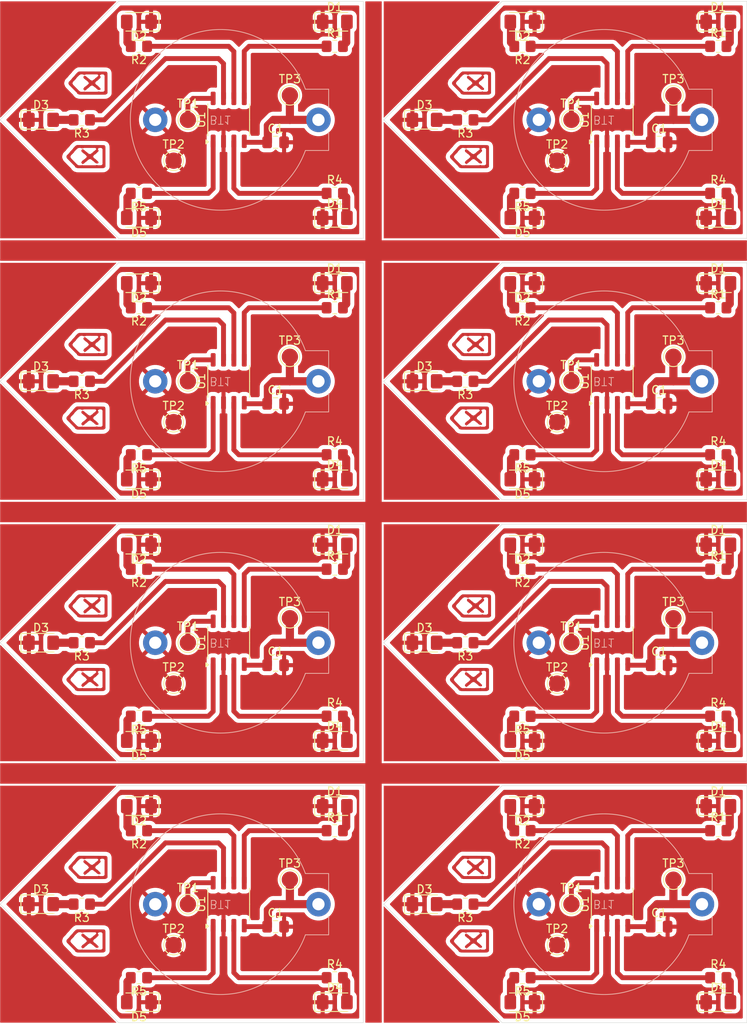
<source format=kicad_pcb>
(kicad_pcb (version 20241229) (generator "pcbnew") (generator_version "9.0")
  (layers (0 "F.Cu" signal) (2 "B.Cu" signal) (13 "F.Paste" user) (15 "B.Paste" user) (5 "F.SilkS" user "F.Silkscreen") (7 "B.SilkS" user "B.Silkscreen") (1 "F.Mask" user) (3 "B.Mask" user) (25 "Edge.Cuts" user))
  (net 0 "")
  (net 1 "+BATT")
  (net 2 "GND")
  (net 3 "Net-(D1-A)")
  (net 4 "Net-(D2-A)")
  (net 5 "Net-(D3-A)")
  (net 6 "Net-(D4-A)")
  (net 7 "Net-(D5-A)")
  (net 8 "LED1")
  (net 9 "LED2")
  (net 10 "LED3")
  (net 11 "LED4")
  (net 12 "LED5")
  (net 13 "SWDIO")
  (footprint "Resistor_SMD:R_0805_2012Metric_Pad1.20x1.40mm_HandSolder" (layer "F.Cu") (at 190 54.5)
    (property "Reference" "R1")
    (property "Value" "200")
  )
  (footprint "TestPoint:TestPoint_Pad_D2.0mm" (layer "F.Cu") (at 137.5 -3.5)
    (property "Reference" "TP3")
    (property "Value" "+BATT")
  )
  (footprint "LED_SMD:LED_1206_3216Metric_Pad1.42x1.75mm_HandSolder" (layer "F.Cu") (at 143 11.5)
    (property "Reference" "D4")
    (property "Value" "LED")
  )
  (footprint "Resistor_SMD:R_0805_2012Metric_Pad1.20x1.40mm_HandSolder" (layer "F.Cu") (at 143 8.5)
    (property "Reference" "R4")
    (property "Value" "200")
  )
  (footprint "Logos:0x08_F_Cu" (layer "F.Cu") (at 159.5 4)
    (property "Reference" "REF**" (hide yes))
    (property "Value" "0x08_F_Cu")
  )
  (footprint "Resistor_SMD:R_0805_2012Metric_Pad1.20x1.40mm_HandSolder" (layer "F.Cu") (at 143 40.5)
    (property "Reference" "R4")
    (property "Value" "200")
  )
  (footprint "TestPoint:TestPoint_Pad_D2.0mm" (layer "F.Cu") (at 137.5 60.5)
    (property "Reference" "TP3")
    (property "Value" "+BATT")
  )
  (footprint "Resistor_SMD:R_0805_2012Metric_Pad1.20x1.40mm_HandSolder" (layer "F.Cu") (at 159 -0.5 180)
    (property "Reference" "R3")
    (property "Value" "200")
  )
  (footprint "Resistor_SMD:R_0805_2012Metric_Pad1.20x1.40mm_HandSolder" (layer "F.Cu") (at 119 72.5 180)
    (property "Reference" "R5")
    (property "Value" "200")
  )
  (footprint "Resistor_SMD:R_0805_2012Metric_Pad1.20x1.40mm_HandSolder" (layer "F.Cu") (at 166 54.5 180)
    (property "Reference" "R2")
    (property "Value" "200")
  )
  (footprint "Logos:0x08_F_Cu" (layer "F.Cu") (at 112.75 91)
    (property "Reference" "REF**" (hide yes))
    (property "Value" "0x08_F_Cu")
  )
  (footprint "LED_SMD:LED_1206_3216Metric_Pad1.42x1.75mm_HandSolder" (layer "F.Cu") (at 190 43.5)
    (property "Reference" "D4")
    (property "Value" "LED")
  )
  (footprint "Resistor_SMD:R_0805_2012Metric_Pad1.20x1.40mm_HandSolder" (layer "F.Cu") (at 143 54.5)
    (property "Reference" "R1")
    (property "Value" "200")
  )
  (footprint "Resistor_SMD:R_0805_2012Metric_Pad1.20x1.40mm_HandSolder" (layer "F.Cu") (at 190 22.5)
    (property "Reference" "R1")
    (property "Value" "200")
  )
  (footprint "Resistor_SMD:R_0805_2012Metric_Pad1.20x1.40mm_HandSolder" (layer "F.Cu") (at 143 22.5)
    (property "Reference" "R1")
    (property "Value" "200")
  )
  (footprint "Package_SO:SOP-8_3.9x4.9mm_P1.27mm" (layer "F.Cu") (at 177 63.5 90)
    (property "Reference" "U1")
    (property "Value" "CH32V003JxMx")
  )
  (footprint "Logos:0x08_F_Cu" (layer "F.Cu") (at 159.5 68)
    (property "Reference" "REF**" (hide yes))
    (property "Value" "0x08_F_Cu")
  )
  (footprint "Resistor_SMD:R_0805_2012Metric_Pad1.20x1.40mm_HandSolder" (layer "F.Cu") (at 143 104.5)
    (property "Reference" "R4")
    (property "Value" "200")
  )
  (footprint "TestPoint:TestPoint_Pad_D2.0mm" (layer "F.Cu") (at 137.5 28.5)
    (property "Reference" "TP3")
    (property "Value" "+BATT")
  )
  (footprint "LED_SMD:LED_1206_3216Metric_Pad1.42x1.75mm_HandSolder" (layer "F.Cu") (at 143 43.5)
    (property "Reference" "D4")
    (property "Value" "LED")
  )
  (footprint "Resistor_SMD:R_0805_2012Metric_Pad1.20x1.40mm_HandSolder" (layer "F.Cu") (at 119 54.5 180)
    (property "Reference" "R2")
    (property "Value" "200")
  )
  (footprint "Resistor_SMD:R_0805_2012Metric_Pad1.20x1.40mm_HandSolder" (layer "F.Cu") (at 166 40.5 180)
    (property "Reference" "R5")
    (property "Value" "200")
  )
  (footprint "LED_SMD:LED_1206_3216Metric_Pad1.42x1.75mm_HandSolder" (layer "F.Cu") (at 107 63.5)
    (property "Reference" "D3")
    (property "Value" "LED")
  )
  (footprint "Capacitor_SMD:C_0805_2012Metric_Pad1.18x1.45mm_HandSolder" (layer "F.Cu") (at 182.75 34.25)
    (property "Reference" "C1")
    (property "Value" "0.1uF")
  )
  (footprint "TestPoint:TestPoint_Pad_D2.0mm" (layer "F.Cu") (at 184.5 28.5)
    (property "Reference" "TP3")
    (property "Value" "+BATT")
  )
  (footprint "LED_SMD:LED_1206_3216Metric_Pad1.42x1.75mm_HandSolder" (layer "F.Cu") (at 190 107.5)
    (property "Reference" "D4")
    (property "Value" "LED")
  )
  (footprint "LED_SMD:LED_1206_3216Metric_Pad1.42x1.75mm_HandSolder" (layer "F.Cu") (at 190 51.5)
    (property "Reference" "D1")
    (property "Value" "LED")
  )
  (footprint "Resistor_SMD:R_0805_2012Metric_Pad1.20x1.40mm_HandSolder" (layer "F.Cu") (at 143 72.5)
    (property "Reference" "R4")
    (property "Value" "200")
  )
  (footprint "Resistor_SMD:R_0805_2012Metric_Pad1.20x1.40mm_HandSolder" (layer "F.Cu") (at 166 72.5 180)
    (property "Reference" "R5")
    (property "Value" "200")
  )
  (footprint "LED_SMD:LED_1206_3216Metric_Pad1.42x1.75mm_HandSolder" (layer "F.Cu") (at 119 83.5 180)
    (property "Reference" "D2")
    (property "Value" "LED")
  )
  (footprint "TestPoint:TestPoint_Pad_D2.0mm" (layer "F.Cu") (at 184.5 -3.5)
    (property "Reference" "TP3")
    (property "Value" "+BATT")
  )
  (footprint "TestPoint:TestPoint_Pad_D2.0mm" (layer "F.Cu") (at 125 31.5)
    (property "Reference" "TP1")
    (property "Value" "SWDIO")
  )
  (footprint "Package_SO:SOP-8_3.9x4.9mm_P1.27mm" (layer "F.Cu") (at 177 95.5 90)
    (property "Reference" "U1")
    (property "Value" "CH32V003JxMx")
  )
  (footprint "Logos:0x08_F_Cu" (layer "F.Cu") (at 159.75 -5)
    (property "Reference" "REF**" (hide yes))
    (property "Value" "0x08_F_Cu")
  )
  (footprint "TestPoint:TestPoint_Pad_D2.0mm" (layer "F.Cu") (at 172 31.5)
    (property "Reference" "TP1")
    (property "Value" "SWDIO")
  )
  (footprint "LED_SMD:LED_1206_3216Metric_Pad1.42x1.75mm_HandSolder" (layer "F.Cu") (at 143 107.5)
    (property "Reference" "D4")
    (property "Value" "LED")
  )
  (footprint "Resistor_SMD:R_0805_2012Metric_Pad1.20x1.40mm_HandSolder" (layer "F.Cu") (at 190 86.5)
    (property "Reference" "R1")
    (property "Value" "200")
  )
  (footprint "TestPoint:TestPoint_Pad_D2.0mm" (layer "F.Cu") (at 172 -0.5)
    (property "Reference" "TP1")
    (property "Value" "SWDIO")
  )
  (footprint "Resistor_SMD:R_0805_2012Metric_Pad1.20x1.40mm_HandSolder" (layer "F.Cu") (at 166 22.5 180)
    (property "Reference" "R2")
    (property "Value" "200")
  )
  (footprint "LED_SMD:LED_1206_3216Metric_Pad1.42x1.75mm_HandSolder" (layer "F.Cu") (at 119 -12.5 180)
    (property "Reference" "D2")
    (property "Value" "LED")
  )
  (footprint "Resistor_SMD:R_0805_2012Metric_Pad1.20x1.40mm_HandSolder" (layer "F.Cu") (at 119 8.5 180)
    (property "Reference" "R5")
    (property "Value" "200")
  )
  (footprint "Capacitor_SMD:C_0805_2012Metric_Pad1.18x1.45mm_HandSolder" (layer "F.Cu") (at 135.75 66.25)
    (property "Reference" "C1")
    (property "Value" "0.1uF")
  )
  (footprint "LED_SMD:LED_1206_3216Metric_Pad1.42x1.75mm_HandSolder" (layer "F.Cu") (at 154 63.5)
    (property "Reference" "D3")
    (property "Value" "LED")
  )
  (footprint "LED_SMD:LED_1206_3216Metric_Pad1.42x1.75mm_HandSolder" (layer "F.Cu") (at 166 -12.5 180)
    (property "Reference" "D2")
    (property "Value" "LED")
  )
  (footprint "LED_SMD:LED_1206_3216Metric_Pad1.42x1.75mm_HandSolder" (layer "F.Cu") (at 119 11.5 180)
    (property "Reference" "D5")
    (property "Value" "LED")
  )
  (footprint "Package_SO:SOP-8_3.9x4.9mm_P1.27mm" (layer "F.Cu") (at 130 -0.5 90)
    (property "Reference" "U1")
    (property "Value" "CH32V003JxMx")
  )
  (footprint "TestPoint:TestPoint_Pad_D2.0mm" (layer "F.Cu") (at 123.25 68.5)
    (property "Reference" "TP2")
    (property "Value" "GND")
  )
  (footprint "LED_SMD:LED_1206_3216Metric_Pad1.42x1.75mm_HandSolder" (layer "F.Cu") (at 166 51.5 180)
    (property "Reference" "D2")
    (property "Value" "LED")
  )
  (footprint "Resistor_SMD:R_0805_2012Metric_Pad1.20x1.40mm_HandSolder" (layer "F.Cu") (at 112 63.5 180)
    (property "Reference" "R3")
    (property "Value" "200")
  )
  (footprint "Capacitor_SMD:C_0805_2012Metric_Pad1.18x1.45mm_HandSolder" (layer "F.Cu") (at 135.75 2.25)
    (property "Reference" "C1")
    (property "Value" "0.1uF")
  )
  (footprint "LED_SMD:LED_1206_3216Metric_Pad1.42x1.75mm_HandSolder" (layer "F.Cu") (at 190 11.5)
    (property "Reference" "D4")
    (property "Value" "LED")
  )
  (footprint "LED_SMD:LED_1206_3216Metric_Pad1.42x1.75mm_HandSolder" (layer "F.Cu") (at 190 83.5)
    (property "Reference" "D1")
    (property "Value" "LED")
  )
  (footprint "TestPoint:TestPoint_Pad_D2.0mm" (layer "F.Cu") (at 123.25 4.5)
    (property "Reference" "TP2")
    (property "Value" "GND")
  )
  (footprint "LED_SMD:LED_1206_3216Metric_Pad1.42x1.75mm_HandSolder" (layer "F.Cu") (at 119 75.5 180)
    (property "Reference" "D5")
    (property "Value" "LED")
  )
  (footprint "TestPoint:TestPoint_Pad_D2.0mm" (layer "F.Cu") (at 172 63.5)
    (property "Reference" "TP1")
    (property "Value" "SWDIO")
  )
  (footprint "Resistor_SMD:R_0805_2012Metric_Pad1.20x1.40mm_HandSolder" (layer "F.Cu") (at 112 95.5 180)
    (property "Reference" "R3")
    (property "Value" "200")
  )
  (footprint "Logos:0x08_F_Cu" (layer "F.Cu") (at 112.5 68)
    (property "Reference" "REF**" (hide yes))
    (property "Value" "0x08_F_Cu")
  )
  (footprint "LED_SMD:LED_1206_3216Metric_Pad1.42x1.75mm_HandSolder" (layer "F.Cu") (at 107 31.5)
    (property "Reference" "D3")
    (property "Value" "LED")
  )
  (footprint "Resistor_SMD:R_0805_2012Metric_Pad1.20x1.40mm_HandSolder" (layer "F.Cu") (at 166 8.5 180)
    (property "Reference" "R5")
    (property "Value" "200")
  )
  (footprint "Package_SO:SOP-8_3.9x4.9mm_P1.27mm" (layer "F.Cu") (at 130 31.5 90)
    (property "Reference" "U1")
    (property "Value" "CH32V003JxMx")
  )
  (footprint "LED_SMD:LED_1206_3216Metric_Pad1.42x1.75mm_HandSolder" (layer "F.Cu") (at 107 95.5)
    (property "Reference" "D3")
    (property "Value" "LED")
  )
  (footprint "Resistor_SMD:R_0805_2012Metric_Pad1.20x1.40mm_HandSolder" (layer "F.Cu") (at 119 104.5 180)
    (property "Reference" "R5")
    (property "Value" "200")
  )
  (footprint "Logos:0x08_F_Cu" (layer "F.Cu") (at 112.75 -5)
    (property "Reference" "REF**" (hide yes))
    (property "Value" "0x08_F_Cu")
  )
  (footprint "LED_SMD:LED_1206_3216Metric_Pad1.42x1.75mm_HandSolder" (layer "F.Cu") (at 166 11.5 180)
    (property "Reference" "D5")
    (property "Value" "LED")
  )
  (footprint "LED_SMD:LED_1206_3216Metric_Pad1.42x1.75mm_HandSolder" (layer "F.Cu") (at 143 51.5)
    (property "Reference" "D1")
    (property "Value" "LED")
  )
  (footprint "LED_SMD:LED_1206_3216Metric_Pad1.42x1.75mm_HandSolder" (layer "F.Cu") (at 190 19.5)
    (property "Reference" "D1")
    (property "Value" "LED")
  )
  (footprint "TestPoint:TestPoint_Pad_D2.0mm" (layer "F.Cu") (at 137.5 92.5)
    (property "Reference" "TP3")
    (property "Value" "+BATT")
  )
  (footprint "Logos:0x08_F_Cu" (layer "F.Cu") (at 159.75 91)
    (property "Reference" "REF**" (hide yes))
    (property "Value" "0x08_F_Cu")
  )
  (footprint "Package_SO:SOP-8_3.9x4.9mm_P1.27mm" (layer "F.Cu") (at 177 -0.5 90)
    (property "Reference" "U1")
    (property "Value" "CH32V003JxMx")
  )
  (footprint "Resistor_SMD:R_0805_2012Metric_Pad1.20x1.40mm_HandSolder" (layer "F.Cu") (at 166 104.5 180)
    (property "Reference" "R5")
    (property "Value" "200")
  )
  (footprint "Resistor_SMD:R_0805_2012Metric_Pad1.20x1.40mm_HandSolder" (layer "F.Cu") (at 166 86.5 180)
    (property "Reference" "R2")
    (property "Value" "200")
  )
  (footprint "Capacitor_SMD:C_0805_2012Metric_Pad1.18x1.45mm_HandSolder" (layer "F.Cu") (at 135.75 34.25)
    (property "Reference" "C1")
    (property "Value" "0.1uF")
  )
  (footprint "LED_SMD:LED_1206_3216Metric_Pad1.42x1.75mm_HandSolder" (layer "F.Cu") (at 143 -12.5)
    (property "Reference" "D1")
    (property "Value" "LED")
  )
  (footprint "LED_SMD:LED_1206_3216Metric_Pad1.42x1.75mm_HandSolder" (layer "F.Cu") (at 154 -0.5)
    (property "Reference" "D3")
    (property "Value" "LED")
  )
  (footprint "Capacitor_SMD:C_0805_2012Metric_Pad1.18x1.45mm_HandSolder" (layer "F.Cu") (at 182.75 66.25)
    (property "Reference" "C1")
    (property "Value" "0.1uF")
  )
  (footprint "Capacitor_SMD:C_0805_2012Metric_Pad1.18x1.45mm_HandSolder" (layer "F.Cu") (at 135.75 98.25)
    (property "Reference" "C1")
    (property "Value" "0.1uF")
  )
  (footprint "LED_SMD:LED_1206_3216Metric_Pad1.42x1.75mm_HandSolder" (layer "F.Cu") (at 190 -12.5)
    (property "Reference" "D1")
    (property "Value" "LED")
  )
  (footprint "Package_SO:SOP-8_3.9x4.9mm_P1.27mm" (layer "F.Cu") (at 130 95.5 90)
    (property "Reference" "U1")
    (property "Value" "CH32V003JxMx")
  )
  (footprint "TestPoint:TestPoint_Pad_D2.0mm" (layer "F.Cu") (at 125 -0.5)
    (property "Reference" "TP1")
    (property "Value" "SWDIO")
  )
  (footprint "LED_SMD:LED_1206_3216Metric_Pad1.42x1.75mm_HandSolder" (layer "F.Cu") (at 166 75.5 180)
    (property "Reference" "D5")
    (property "Value" "LED")
  )
  (footprint "Resistor_SMD:R_0805_2012Metric_Pad1.20x1.40mm_HandSolder" (layer "F.Cu") (at 119 40.5 180)
    (property "Reference" "R5")
    (property "Value" "200")
  )
  (footprint "Capacitor_SMD:C_0805_2012Metric_Pad1.18x1.45mm_HandSolder" (layer "F.Cu") (at 182.75 98.25)
    (property "Reference" "C1")
    (property "Value" "0.1uF")
  )
  (footprint "Resistor_SMD:R_0805_2012Metric_Pad1.20x1.40mm_HandSolder" (layer "F.Cu") (at 119 -9.5 180)
    (property "Reference" "R2")
    (property "Value" "200")
  )
  (footprint "Logos:0x08_F_Cu" (layer "F.Cu") (at 112.5 100)
    (property "Reference" "REF**" (hide yes))
    (property "Value" "0x08_F_Cu")
  )
  (footprint "TestPoint:TestPoint_Pad_D2.0mm" (layer "F.Cu") (at 123.25 36.5)
    (property "Reference" "TP2")
    (property "Value" "GND")
  )
  (footprint "LED_SMD:LED_1206_3216Metric_Pad1.42x1.75mm_HandSolder" (layer "F.Cu") (at 166 107.5 180)
    (property "Reference" "D5")
    (property "Value" "LED")
  )
  (footprint "Resistor_SMD:R_0805_2012Metric_Pad1.20x1.40mm_HandSolder" (layer "F.Cu") (at 159 63.5 180)
    (property "Reference" "R3")
    (property "Value" "200")
  )
  (footprint "TestPoint:TestPoint_Pad_D2.0mm" (layer "F.Cu") (at 123.25 100.5)
    (property "Reference" "TP2")
    (property "Value" "GND")
  )
  (footprint "Resistor_SMD:R_0805_2012Metric_Pad1.20x1.40mm_HandSolder" (layer "F.Cu") (at 190 104.5)
    (property "Reference" "R4")
    (property "Value" "200")
  )
  (footprint "TestPoint:TestPoint_Pad_D2.0mm" (layer "F.Cu") (at 170.25 36.5)
    (property "Reference" "TP2")
    (property "Value" "GND")
  )
  (footprint "LED_SMD:LED_1206_3216Metric_Pad1.42x1.75mm_HandSolder" (layer "F.Cu") (at 143 75.5)
    (property "Reference" "D4")
    (property "Value" "LED")
  )
  (footprint "Logos:0x08_F_Cu" (layer "F.Cu") (at 159.75 27)
    (property "Reference" "REF**" (hide yes))
    (property "Value" "0x08_F_Cu")
  )
  (footprint "LED_SMD:LED_1206_3216Metric_Pad1.42x1.75mm_HandSolder" (layer "F.Cu") (at 143 19.5)
    (property "Reference" "D1")
    (property "Value" "LED")
  )
  (footprint "TestPoint:TestPoint_Pad_D2.0mm" (layer "F.Cu") (at 170.25 68.5)
    (property "Reference" "TP2")
    (property "Value" "GND")
  )
  (footprint "Resistor_SMD:R_0805_2012Metric_Pad1.20x1.40mm_HandSolder" (layer "F.Cu") (at 143 86.5)
    (property "Reference" "R1")
    (property "Value" "200")
  )
  (footprint "TestPoint:TestPoint_Pad_D2.0mm" (layer "F.Cu") (at 170.25 100.5)
    (property "Reference" "TP2")
    (property "Value" "GND")
  )
  (footprint "Resistor_SMD:R_0805_2012Metric_Pad1.20x1.40mm_HandSolder" (layer "F.Cu") (at 166 -9.5 180)
    (property "Reference" "R2")
    (property "Value" "200")
  )
  (footprint "Capacitor_SMD:C_0805_2012Metric_Pad1.18x1.45mm_HandSolder" (layer "F.Cu") (at 182.75 2.25)
    (property "Reference" "C1")
    (property "Value" "0.1uF")
  )
  (footprint "Logos:0x08_F_Cu" (layer "F.Cu") (at 159.75 59)
    (property "Reference" "REF**" (hide yes))
    (property "Value" "0x08_F_Cu")
  )
  (footprint "LED_SMD:LED_1206_3216Metric_Pad1.42x1.75mm_HandSolder" (layer "F.Cu") (at 119 43.5 180)
    (property "Reference" "D5")
    (property "Value" "LED")
  )
  (footprint "LED_SMD:LED_1206_3216Metric_Pad1.42x1.75mm_HandSolder" (layer "F.Cu") (at 166 43.5 180)
    (property "Reference" "D5")
    (property "Value" "LED")
  )
  (footprint "LED_SMD:LED_1206_3216Metric_Pad1.42x1.75mm_HandSolder" (layer "F.Cu") (at 119 19.5 180)
    (property "Reference" "D2")
    (property "Value" "LED")
  )
  (footprint "LED_SMD:LED_1206_3216Metric_Pad1.42x1.75mm_HandSolder" (layer "F.Cu") (at 154 31.5)
    (property "Reference" "D3")
    (property "Value" "LED")
  )
  (footprint "Package_SO:SOP-8_3.9x4.9mm_P1.27mm" (layer "F.Cu") (at 130 63.5 90)
    (property "Reference" "U1")
    (property "Value" "CH32V003JxMx")
  )
  (footprint "Logos:0x08_F_Cu" (layer "F.Cu") (at 159.5 36)
    (property "Reference" "REF**" (hide yes))
    (property "Value" "0x08_F_Cu")
  )
  (footprint "Logos:0x08_F_Cu" (layer "F.Cu") (at 112.75 59)
    (property "Reference" "REF**" (hide yes))
    (property "Value" "0x08_F_Cu")
  )
  (footprint "Resistor_SMD:R_0805_2012Metric_Pad1.20x1.40mm_HandSolder" (layer "F.Cu") (at 159 31.5 180)
    (property "Reference" "R3")
    (property "Value" "200")
  )
  (footprint "Package_SO:SOP-8_3.9x4.9mm_P1.27mm" (layer "F.Cu") (at 177 31.5 90)
    (property "Reference" "U1")
    (property "Value" "CH32V003JxMx")
  )
  (footprint "Resistor_SMD:R_0805_2012Metric_Pad1.20x1.40mm_HandSolder" (layer "F.Cu") (at 112 31.5 180)
    (property "Reference" "R3")
    (property "Value" "200")
  )
  (footprint "TestPoint:TestPoint_Pad_D2.0mm" (layer "F.Cu") (at 125 63.5)
    (property "Reference" "TP1")
    (property "Value" "SWDIO")
  )
  (footprint "LED_SMD:LED_1206_3216Metric_Pad1.42x1.75mm_HandSolder" (layer "F.Cu") (at 107 -0.5)
    (property "Reference" "D3")
    (property "Value" "LED")
  )
  (footprint "Resistor_SMD:R_0805_2012Metric_Pad1.20x1.40mm_HandSolder" (layer "F.Cu") (at 119 86.5 180)
    (property "Reference" "R2")
    (property "Value" "200")
  )
  (footprint "Logos:0x08_F_Cu" (layer "F.Cu") (at 112.5 36)
    (property "Reference" "REF**" (hide yes))
    (property "Value" "0x08_F_Cu")
  )
  (footprint "TestPoint:TestPoint_Pad_D2.0mm" (layer "F.Cu") (at 125 95.5)
    (property "Reference" "TP1")
    (property "Value" "SWDIO")
  )
  (footprint "Resistor_SMD:R_0805_2012Metric_Pad1.20x1.40mm_HandSolder" (layer "F.Cu") (at 190 -9.5)
    (property "Reference" "R1")
    (property "Value" "200")
  )
  (footprint "LED_SMD:LED_1206_3216Metric_Pad1.42x1.75mm_HandSolder" (layer "F.Cu") (at 166 19.5 180)
    (property "Reference" "D2")
    (property "Value" "LED")
  )
  (footprint "TestPoint:TestPoint_Pad_D2.0mm" (layer "F.Cu") (at 170.25 4.5)
    (property "Reference" "TP2")
    (property "Value" "GND")
  )
  (footprint "Resistor_SMD:R_0805_2012Metric_Pad1.20x1.40mm_HandSolder" (layer "F.Cu") (at 119 22.5 180)
    (property "Reference" "R2")
    (property "Value" "200")
  )
  (footprint "LED_SMD:LED_1206_3216Metric_Pad1.42x1.75mm_HandSolder" (layer "F.Cu") (at 119 51.5 180)
    (property "Reference" "D2")
    (property "Value" "LED")
  )
  (footprint "Logos:0x08_F_Cu" (layer "F.Cu") (at 159.5 100)
    (property "Reference" "REF**" (hide yes))
    (property "Value" "0x08_F_Cu")
  )
  (footprint "LED_SMD:LED_1206_3216Metric_Pad1.42x1.75mm_HandSolder" (layer "F.Cu") (at 154 95.5)
    (property "Reference" "D3")
    (property "Value" "LED")
  )
  (footprint "Resistor_SMD:R_0805_2012Metric_Pad1.20x1.40mm_HandSolder" (layer "F.Cu") (at 190 8.5)
    (property "Reference" "R4")
    (property "Value" "200")
  )
  (footprint "LED_SMD:LED_1206_3216Metric_Pad1.42x1.75mm_HandSolder" (layer "F.Cu") (at 143 83.5)
    (property "Reference" "D1")
    (property "Value" "LED")
  )
  (footprint "LED_SMD:LED_1206_3216Metric_Pad1.42x1.75mm_HandSolder" (layer "F.Cu") (at 190 75.5)
    (property "Reference" "D4")
    (property "Value" "LED")
  )
  (footprint "TestPoint:TestPoint_Pad_D2.0mm" (layer "F.Cu") (at 184.5 60.5)
    (property "Reference" "TP3")
    (property "Value" "+BATT")
  )
  (footprint "Resistor_SMD:R_0805_2012Metric_Pad1.20x1.40mm_HandSolder" (layer "F.Cu") (at 190 72.5)
    (property "Reference" "R4")
    (property "Value" "200")
  )
  (footprint "Logos:0x08_F_Cu" (layer "F.Cu") (at 112.5 4)
    (property "Reference" "REF**" (hide yes))
    (property "Value" "0x08_F_Cu")
  )
  (footprint "LED_SMD:LED_1206_3216Metric_Pad1.42x1.75mm_HandSolder" (layer "F.Cu") (at 166 83.5 180)
    (property "Reference" "D2")
    (property "Value" "LED")
  )
  (footprint "LED_SMD:LED_1206_3216Metric_Pad1.42x1.75mm_HandSolder" (layer "F.Cu") (at 119 107.5 180)
    (property "Reference" "D5")
    (property "Value" "LED")
  )
  (footprint "Logos:0x08_F_Cu" (layer "F.Cu") (at 112.75 27)
    (property "Reference" "REF**" (hide yes))
    (property "Value" "0x08_F_Cu")
  )
  (footprint "Resistor_SMD:R_0805_2012Metric_Pad1.20x1.40mm_HandSolder" (layer "F.Cu") (at 143 -9.5)
    (property "Reference" "R1")
    (property "Value" "200")
  )
  (footprint "TestPoint:TestPoint_Pad_D2.0mm" (layer "F.Cu") (at 184.5 92.5)
    (property "Reference" "TP3")
    (property "Value" "+BATT")
  )
  (footprint "Resistor_SMD:R_0805_2012Metric_Pad1.20x1.40mm_HandSolder" (layer "F.Cu") (at 190 40.5)
    (property "Reference" "R4")
    (property "Value" "200")
  )
  (footprint "TestPoint:TestPoint_Pad_D2.0mm" (layer "F.Cu") (at 172 95.5)
    (property "Reference" "TP1")
    (property "Value" "SWDIO")
  )
  (footprint "Resistor_SMD:R_0805_2012Metric_Pad1.20x1.40mm_HandSolder" (layer "F.Cu") (at 112 -0.5 180)
    (property "Reference" "R3")
    (property "Value" "200")
  )
  (footprint "Resistor_SMD:R_0805_2012Metric_Pad1.20x1.40mm_HandSolder" (layer "F.Cu") (at 159 95.5 180)
    (property "Reference" "R3")
    (property "Value" "200")
  )
  (footprint "Used_Symbols:KLS5-CR2032-01" (layer "B.Cu") (at 121 -0.5)
    (property "Reference" "BT1")
    (property "Value" "CR2032")
  )
  (footprint "Used_Symbols:KLS5-CR2032-01" (layer "B.Cu") (at 121 63.5)
    (property "Reference" "BT1")
    (property "Value" "CR2032")
  )
  (footprint "Used_Symbols:KLS5-CR2032-01" (layer "B.Cu") (at 168 63.5)
    (property "Reference" "BT1")
    (property "Value" "CR2032")
  )
  (footprint "Used_Symbols:KLS5-CR2032-01" (layer "B.Cu") (at 121 31.5)
    (property "Reference" "BT1")
    (property "Value" "CR2032")
  )
  (footprint "Used_Symbols:KLS5-CR2032-01" (layer "B.Cu") (at 168 31.5)
    (property "Reference" "BT1")
    (property "Value" "CR2032")
  )
  (footprint "Used_Symbols:KLS5-CR2032-01" (layer "B.Cu") (at 168 -0.5)
    (property "Reference" "BT1")
    (property "Value" "CR2032")
  )
  (footprint "Used_Symbols:KLS5-CR2032-01" (layer "B.Cu") (at 121 95.5)
    (property "Reference" "BT1")
    (property "Value" "CR2032")
  )
  (footprint "Used_Symbols:KLS5-CR2032-01" (layer "B.Cu") (at 168 95.5)
    (property "Reference" "BT1")
    (property "Value" "CR2032")
  )
  (gr_poly (pts (xy 163.25 46) (xy 149 31.75) (xy 149 46)) (fill yes) (layer "F.Cu"))
  (gr_rect (start 102 78.25) (end 193.5 80.75) (fill yes) (layer "F.Cu"))
  (gr_poly (pts (xy 149 -0.75) (xy 163.25 -15) (xy 149 -15)) (fill yes) (layer "F.Cu"))
  (gr_rect (start 102 14.25) (end 193.5 16.75) (fill yes) (layer "F.Cu"))
  (gr_poly (pts (xy 102 63.25) (xy 116.25 49) (xy 102 49)) (fill yes) (layer "F.Cu"))
  (gr_poly (pts (xy 149 63.25) (xy 163.25 49) (xy 149 49)) (fill yes) (layer "F.Cu"))
  (gr_poly (pts (xy 116.25 78) (xy 102 63.75) (xy 102 78)) (fill yes) (layer "F.Cu"))
  (gr_poly (pts (xy 149 95.25) (xy 163.25 81) (xy 149 81)) (fill yes) (layer "F.Cu"))
  (gr_poly (pts (xy 116.25 110) (xy 102 95.75) (xy 102 110)) (fill yes) (layer "F.Cu"))
  (gr_poly (pts (xy 163.25 110) (xy 149 95.75) (xy 149 110)) (fill yes) (layer "F.Cu"))
  (gr_poly (pts (xy 102 31.25) (xy 116.25 17) (xy 102 17)) (fill yes) (layer "F.Cu"))
  (gr_poly (pts (xy 102 -0.75) (xy 116.25 -15) (xy 102 -15)) (fill yes) (layer "F.Cu"))
  (gr_poly (pts (xy 149 31.25) (xy 163.25 17) (xy 149 17)) (fill yes) (layer "F.Cu"))
  (gr_poly (pts (xy 116.25 14) (xy 102 -0.25) (xy 102 14)) (fill yes) (layer "F.Cu"))
  (gr_poly (pts (xy 116.25 46) (xy 102 31.75) (xy 102 46)) (fill yes) (layer "F.Cu"))
  (gr_rect (start 102 46.25) (end 193.5 48.75) (fill yes) (layer "F.Cu"))
  (gr_poly (pts (xy 102 95.25) (xy 116.25 81) (xy 102 81)) (fill yes) (layer "F.Cu"))
  (gr_poly (pts (xy 163.25 78) (xy 149 63.75) (xy 149 78)) (fill yes) (layer "F.Cu"))
  (gr_poly (pts (xy 163.25 14) (xy 149 -0.25) (xy 149 14)) (fill yes) (layer "F.Cu"))
  (gr_rect (start 146.75 -15) (end 148.75 110) (fill yes) (layer "F.Cu"))
  (gr_line (start 116.5 14) (end 102 -0.5) (stroke (width 0.05)) (layer "Edge.Cuts"))
  (gr_line (start 163.5 110) (end 149 95.5) (stroke (width 0.05)) (layer "Edge.Cuts"))
  (gr_line (start 193.5 81) (end 163.5 81) (stroke (width 0.05)) (layer "Edge.Cuts"))
  (gr_line (start 116.5 110) (end 102 95.5) (stroke (width 0.05)) (layer "Edge.Cuts"))
  (gr_line (start 163.5 14) (end 149 -0.5) (stroke (width 0.05)) (layer "Edge.Cuts"))
  (gr_line (start 193.5 14) (end 163.5 14) (stroke (width 0.05)) (layer "Edge.Cuts"))
  (gr_line (start 146.5 81) (end 116.5 81) (stroke (width 0.05)) (layer "Edge.Cuts"))
  (gr_line (start 193.5 17) (end 163.5 17) (stroke (width 0.05)) (layer "Edge.Cuts"))
  (gr_line (start 193.5 110) (end 193.5 81) (stroke (width 0.05)) (layer "Edge.Cuts"))
  (gr_line (start 146.5 78) (end 116.5 78) (stroke (width 0.05)) (layer "Edge.Cuts"))
  (gr_line (start 149 31.5) (end 163.5 17) (stroke (width 0.05)) (layer "Edge.Cuts"))
  (gr_line (start 146.5 46) (end 116.5 46) (stroke (width 0.05)) (layer "Edge.Cuts"))
  (gr_line (start 163.5 46) (end 149 31.5) (stroke (width 0.05)) (layer "Edge.Cuts"))
  (gr_line (start 193.5 49) (end 163.5 49) (stroke (width 0.05)) (layer "Edge.Cuts"))
  (gr_line (start 193.5 78) (end 193.5 49) (stroke (width 0.05)) (layer "Edge.Cuts"))
  (gr_line (start 163.5 78) (end 149 63.5) (stroke (width 0.05)) (layer "Edge.Cuts"))
  (gr_line (start 146.5 -15) (end 116.5 -15) (stroke (width 0.05)) (layer "Edge.Cuts"))
  (gr_line (start 193.5 -15) (end 163.5 -15) (stroke (width 0.05)) (layer "Edge.Cuts"))
  (gr_line (start 146.5 14) (end 146.5 -15) (stroke (width 0.05)) (layer "Edge.Cuts"))
  (gr_line (start 102 63.5) (end 116.5 49) (stroke (width 0.05)) (layer "Edge.Cuts"))
  (gr_line (start 146.5 46) (end 146.5 17) (stroke (width 0.05)) (layer "Edge.Cuts"))
  (gr_line (start 193.5 14) (end 193.5 -15) (stroke (width 0.05)) (layer "Edge.Cuts"))
  (gr_line (start 146.5 49) (end 116.5 49) (stroke (width 0.05)) (layer "Edge.Cuts"))
  (gr_line (start 149 -0.5) (end 163.5 -15) (stroke (width 0.05)) (layer "Edge.Cuts"))
  (gr_line (start 149 95.5) (end 163.5 81) (stroke (width 0.05)) (layer "Edge.Cuts"))
  (gr_line (start 193.5 110) (end 163.5 110) (stroke (width 0.05)) (layer "Edge.Cuts"))
  (gr_line (start 193.5 78) (end 163.5 78) (stroke (width 0.05)) (layer "Edge.Cuts"))
  (gr_line (start 146.5 17) (end 116.5 17) (stroke (width 0.05)) (layer "Edge.Cuts"))
  (gr_line (start 146.5 14) (end 116.5 14) (stroke (width 0.05)) (layer "Edge.Cuts"))
  (gr_line (start 146.5 78) (end 146.5 49) (stroke (width 0.05)) (layer "Edge.Cuts"))
  (gr_line (start 146.5 110) (end 146.5 81) (stroke (width 0.05)) (layer "Edge.Cuts"))
  (gr_line (start 102 -0.5) (end 116.5 -15) (stroke (width 0.05)) (layer "Edge.Cuts"))
  (gr_line (start 102 31.5) (end 116.5 17) (stroke (width 0.05)) (layer "Edge.Cuts"))
  (gr_line (start 102 95.5) (end 116.5 81) (stroke (width 0.05)) (layer "Edge.Cuts"))
  (gr_line (start 193.5 46) (end 163.5 46) (stroke (width 0.05)) (layer "Edge.Cuts"))
  (gr_line (start 149 63.5) (end 163.5 49) (stroke (width 0.05)) (layer "Edge.Cuts"))
  (gr_line (start 116.5 46) (end 102 31.5) (stroke (width 0.05)) (layer "Edge.Cuts"))
  (gr_line (start 146.5 110) (end 116.5 110) (stroke (width 0.05)) (layer "Edge.Cuts"))
  (gr_line (start 116.5 78) (end 102 63.5) (stroke (width 0.05)) (layer "Edge.Cuts"))
  (gr_line (start 193.5 46) (end 193.5 17) (stroke (width 0.05)) (layer "Edge.Cuts"))
  (segment (start 179.03 66.25) (end 178.905 66.125) (width 0.6) (layer "F.Cu") (net 1))
  (segment (start 181.8 32.2) (end 181.8 34.25) (width 1) (layer "F.Cu") (net 1))
  (segment (start 188 31.5) (end 184.5 31.5) (width 1) (layer "F.Cu") (net 1))
  (segment (start 135.5 -0.5) (end 134.8 0.2) (width 1) (layer "F.Cu") (net 1))
  (segment (start 182.5 63.5) (end 181.8 64.2) (width 1) (layer "F.Cu") (net 1))
  (segment (start 188 -0.5) (end 184.5 -0.5) (width 1) (layer "F.Cu") (net 1))
  (segment (start 137.5 95.5) (end 135.5 95.5) (width 1) (layer "F.Cu") (net 1))
  (segment (start 179.03 34.25) (end 178.905 34.125) (width 0.6) (layer "F.Cu") (net 1))
  (segment (start 137.5 -3.5) (end 137.5 -0.5) (width 1) (layer "F.Cu") (net 1))
  (segment (start 184.5 -0.5) (end 182.5 -0.5) (width 1) (layer "F.Cu") (net 1))
  (segment (start 132.03 98.25) (end 131.905 98.125) (width 0.6) (layer "F.Cu") (net 1))
  (segment (start 137.5 60.5) (end 137.5 63.5) (width 1) (layer "F.Cu") (net 1))
  (segment (start 134.8 98.25) (end 132.03 98.25) (width 0.6) (layer "F.Cu") (net 1))
  (segment (start 184.5 28.5) (end 184.5 31.5) (width 1) (layer "F.Cu") (net 1))
  (segment (start 179.03 2.25) (end 178.905 2.125) (width 0.6) (layer "F.Cu") (net 1))
  (segment (start 141 95.5) (end 137.5 95.5) (width 1) (layer "F.Cu") (net 1))
  (segment (start 181.8 64.2) (end 181.8 66.25) (width 1) (layer "F.Cu") (net 1))
  (segment (start 182.5 -0.5) (end 181.8 0.2) (width 1) (layer "F.Cu") (net 1))
  (segment (start 134.8 34.25) (end 132.03 34.25) (width 0.6) (layer "F.Cu") (net 1))
  (segment (start 132.03 2.25) (end 131.905 2.125) (width 0.6) (layer "F.Cu") (net 1))
  (segment (start 184.5 92.5) (end 184.5 95.5) (width 1) (layer "F.Cu") (net 1))
  (segment (start 132.03 66.25) (end 131.905 66.125) (width 0.6) (layer "F.Cu") (net 1))
  (segment (start 182.5 31.5) (end 181.8 32.2) (width 1) (layer "F.Cu") (net 1))
  (segment (start 135.5 31.5) (end 134.8 32.2) (width 1) (layer "F.Cu") (net 1))
  (segment (start 188 63.5) (end 184.5 63.5) (width 1) (layer "F.Cu") (net 1))
  (segment (start 141 63.5) (end 137.5 63.5) (width 1) (layer "F.Cu") (net 1))
  (segment (start 184.5 63.5) (end 182.5 63.5) (width 1) (layer "F.Cu") (net 1))
  (segment (start 181.8 96.2) (end 181.8 98.25) (width 1) (layer "F.Cu") (net 1))
  (segment (start 184.5 60.5) (end 184.5 63.5) (width 1) (layer "F.Cu") (net 1))
  (segment (start 132.03 34.25) (end 131.905 34.125) (width 0.6) (layer "F.Cu") (net 1))
  (segment (start 135.5 95.5) (end 134.8 96.2) (width 1) (layer "F.Cu") (net 1))
  (segment (start 134.8 2.25) (end 132.03 2.25) (width 0.6) (layer "F.Cu") (net 1))
  (segment (start 141 31.5) (end 137.5 31.5) (width 1) (layer "F.Cu") (net 1))
  (segment (start 181.8 0.2) (end 181.8 2.25) (width 1) (layer "F.Cu") (net 1))
  (segment (start 181.8 34.25) (end 179.03 34.25) (width 0.6) (layer "F.Cu") (net 1))
  (segment (start 134.8 96.2) (end 134.8 98.25) (width 1) (layer "F.Cu") (net 1))
  (segment (start 134.8 66.25) (end 132.03 66.25) (width 0.6) (layer "F.Cu") (net 1))
  (segment (start 184.5 95.5) (end 182.5 95.5) (width 1) (layer "F.Cu") (net 1))
  (segment (start 184.5 31.5) (end 182.5 31.5) (width 1) (layer "F.Cu") (net 1))
  (segment (start 134.8 0.2) (end 134.8 2.25) (width 1) (layer "F.Cu") (net 1))
  (segment (start 181.8 2.25) (end 179.03 2.25) (width 0.6) (layer "F.Cu") (net 1))
  (segment (start 134.8 64.2) (end 134.8 66.25) (width 1) (layer "F.Cu") (net 1))
  (segment (start 181.8 66.25) (end 179.03 66.25) (width 0.6) (layer "F.Cu") (net 1))
  (segment (start 137.5 92.5) (end 137.5 95.5) (width 1) (layer "F.Cu") (net 1))
  (segment (start 137.5 31.5) (end 135.5 31.5) (width 1) (layer "F.Cu") (net 1))
  (segment (start 135.5 63.5) (end 134.8 64.2) (width 1) (layer "F.Cu") (net 1))
  (segment (start 141 -0.5) (end 137.5 -0.5) (width 1) (layer "F.Cu") (net 1))
  (segment (start 137.5 28.5) (end 137.5 31.5) (width 1) (layer "F.Cu") (net 1))
  (segment (start 137.5 63.5) (end 135.5 63.5) (width 1) (layer "F.Cu") (net 1))
  (segment (start 184.5 -3.5) (end 184.5 -0.5) (width 1) (layer "F.Cu") (net 1))
  (segment (start 181.8 98.25) (end 179.03 98.25) (width 0.6) (layer "F.Cu") (net 1))
  (segment (start 137.5 -0.5) (end 135.5 -0.5) (width 1) (layer "F.Cu") (net 1))
  (segment (start 188 95.5) (end 184.5 95.5) (width 1) (layer "F.Cu") (net 1))
  (segment (start 179.03 98.25) (end 178.905 98.125) (width 0.6) (layer "F.Cu") (net 1))
  (segment (start 134.8 32.2) (end 134.8 34.25) (width 1) (layer "F.Cu") (net 1))
  (segment (start 182.5 95.5) (end 181.8 96.2) (width 1) (layer "F.Cu") (net 1))
  (segment (start 144.4 83.5) (end 144.4 86.0125) (width 1) (layer "F.Cu") (net 3))
  (segment (start 144.4 19.5) (end 144.4 22.0125) (width 1) (layer "F.Cu") (net 3))
  (segment (start 191.4 86.0125) (end 190.9125 86.5) (width 1) (layer "F.Cu") (net 3))
  (segment (start 144.4 51.5) (end 144.4 54.0125) (width 1) (layer "F.Cu") (net 3))
  (segment (start 191.4 -9.9875) (end 190.9125 -9.5) (width 1) (layer "F.Cu") (net 3))
  (segment (start 144.4 86.0125) (end 143.9125 86.5) (width 1) (layer "F.Cu") (net 3))
  (segment (start 144.4 54.0125) (end 143.9125 54.5) (width 1) (layer "F.Cu") (net 3))
  (segment (start 191.4 51.5) (end 191.4 54.0125) (width 1) (layer "F.Cu") (net 3))
  (segment (start 191.4 83.5) (end 191.4 86.0125) (width 1) (layer "F.Cu") (net 3))
  (segment (start 191.4 -12.5) (end 191.4 -9.9875) (width 1) (layer "F.Cu") (net 3))
  (segment (start 191.4 22.0125) (end 190.9125 22.5) (width 1) (layer "F.Cu") (net 3))
  (segment (start 191.4 54.0125) (end 190.9125 54.5) (width 1) (layer "F.Cu") (net 3))
  (segment (start 144.4 -9.9875) (end 143.9125 -9.5) (width 1) (layer "F.Cu") (net 3))
  (segment (start 144.4 22.0125) (end 143.9125 22.5) (width 1) (layer "F.Cu") (net 3))
  (segment (start 191.4 19.5) (end 191.4 22.0125) (width 1) (layer "F.Cu") (net 3))
  (segment (start 144.4 -12.5) (end 144.4 -9.9875) (width 1) (layer "F.Cu") (net 3))
  (segment (start 164.6 83.5) (end 164.6 86.0125) (width 1) (layer "F.Cu") (net 4))
  (segment (start 164.6 51.5) (end 164.6 54.0125) (width 1) (layer "F.Cu") (net 4))
  (segment (start 117.6 51.5) (end 117.6 54.0125) (width 1) (layer "F.Cu") (net 4))
  (segment (start 117.6 22.0125) (end 118.0875 22.5) (width 1) (layer "F.Cu") (net 4))
  (segment (start 117.6 -9.9875) (end 118.0875 -9.5) (width 1) (layer "F.Cu") (net 4))
  (segment (start 164.6 -9.9875) (end 165.0875 -9.5) (width 1) (layer "F.Cu") (net 4))
  (segment (start 117.6 83.5) (end 117.6 86.0125) (width 1) (layer "F.Cu") (net 4))
  (segment (start 164.6 54.0125) (end 165.0875 54.5) (width 1) (layer "F.Cu") (net 4))
  (segment (start 164.6 -12.5) (end 164.6 -9.9875) (width 1) (layer "F.Cu") (net 4))
  (segment (start 164.6 19.5) (end 164.6 22.0125) (width 1) (layer "F.Cu") (net 4))
  (segment (start 117.6 86.0125) (end 118.0875 86.5) (width 1) (layer "F.Cu") (net 4))
  (segment (start 164.6 22.0125) (end 165.0875 22.5) (width 1) (layer "F.Cu") (net 4))
  (segment (start 117.6 54.0125) (end 118.0875 54.5) (width 1) (layer "F.Cu") (net 4))
  (segment (start 117.6 19.5) (end 117.6 22.0125) (width 1) (layer "F.Cu") (net 4))
  (segment (start 164.6 86.0125) (end 165.0875 86.5) (width 1) (layer "F.Cu") (net 4))
  (segment (start 117.6 -12.5) (end 117.6 -9.9875) (width 1) (layer "F.Cu") (net 4))
  (segment (start 108.4 -0.5) (end 111.0875 -0.5) (width 1) (layer "F.Cu") (net 5))
  (segment (start 155.4 95.5) (end 158.0875 95.5) (width 1) (layer "F.Cu") (net 5))
  (segment (start 155.4 31.5) (end 158.0875 31.5) (width 1) (layer "F.Cu") (net 5))
  (segment (start 108.4 63.5) (end 111.0875 63.5) (width 1) (layer "F.Cu") (net 5))
  (segment (start 155.4 -0.5) (end 158.0875 -0.5) (width 1) (layer "F.Cu") (net 5))
  (segment (start 108.4 95.5) (end 111.0875 95.5) (width 1) (layer "F.Cu") (net 5))
  (segment (start 108.4 31.5) (end 111.0875 31.5) (width 1) (layer "F.Cu") (net 5))
  (segment (start 155.4 63.5) (end 158.0875 63.5) (width 1) (layer "F.Cu") (net 5))
  (segment (start 191.4 8.9875) (end 190.9125 8.5) (width 1) (layer "F.Cu") (net 6))
  (segment (start 191.4 75.5) (end 191.4 72.9875) (width 1) (layer "F.Cu") (net 6))
  (segment (start 144.4 43.5) (end 144.4 40.9875) (width 1) (layer "F.Cu") (net 6))
  (segment (start 191.4 104.9875) (end 190.9125 104.5) (width 1) (layer "F.Cu") (net 6))
  (segment (start 191.4 40.9875) (end 190.9125 40.5) (width 1) (layer "F.Cu") (net 6))
  (segment (start 144.4 11.5) (end 144.4 8.9875) (width 1) (layer "F.Cu") (net 6))
  (segment (start 191.4 72.9875) (end 190.9125 72.5) (width 1) (layer "F.Cu") (net 6))
  (segment (start 191.4 43.5) (end 191.4 40.9875) (width 1) (layer "F.Cu") (net 6))
  (segment (start 191.4 107.5) (end 191.4 104.9875) (width 1) (layer "F.Cu") (net 6))
  (segment (start 144.4 72.9875) (end 143.9125 72.5) (width 1) (layer "F.Cu") (net 6))
  (segment (start 144.4 8.9875) (end 143.9125 8.5) (width 1) (layer "F.Cu") (net 6))
  (segment (start 144.4 107.5) (end 144.4 104.9875) (width 1) (layer "F.Cu") (net 6))
  (segment (start 144.4 75.5) (end 144.4 72.9875) (width 1) (layer "F.Cu") (net 6))
  (segment (start 144.4 40.9875) (end 143.9125 40.5) (width 1) (layer "F.Cu") (net 6))
  (segment (start 144.4 104.9875) (end 143.9125 104.5) (width 1) (layer "F.Cu") (net 6))
  (segment (start 191.4 11.5) (end 191.4 8.9875) (width 1) (layer "F.Cu") (net 6))
  (segment (start 117.6 104.9875) (end 118.0875 104.5) (width 1) (layer "F.Cu") (net 7))
  (segment (start 117.6 40.9875) (end 118.0875 40.5) (width 1) (layer "F.Cu") (net 7))
  (segment (start 117.6 75.5) (end 117.6 72.9875) (width 1) (layer "F.Cu") (net 7))
  (segment (start 164.6 11.5) (end 164.6 8.9875) (width 1) (layer "F.Cu") (net 7))
  (segment (start 164.6 43.5) (end 164.6 40.9875) (width 1) (layer "F.Cu") (net 7))
  (segment (start 164.6 107.5) (end 164.6 104.9875) (width 1) (layer "F.Cu") (net 7))
  (segment (start 164.6 72.9875) (end 165.0875 72.5) (width 1) (layer "F.Cu") (net 7))
  (segment (start 117.6 8.9875) (end 118.0875 8.5) (width 1) (layer "F.Cu") (net 7))
  (segment (start 164.6 8.9875) (end 165.0875 8.5) (width 1) (layer "F.Cu") (net 7))
  (segment (start 117.6 11.5) (end 117.6 8.9875) (width 1) (layer "F.Cu") (net 7))
  (segment (start 164.6 75.5) (end 164.6 72.9875) (width 1) (layer "F.Cu") (net 7))
  (segment (start 117.6 107.5) (end 117.6 104.9875) (width 1) (layer "F.Cu") (net 7))
  (segment (start 117.6 43.5) (end 117.6 40.9875) (width 1) (layer "F.Cu") (net 7))
  (segment (start 164.6 104.9875) (end 165.0875 104.5) (width 1) (layer "F.Cu") (net 7))
  (segment (start 117.6 72.9875) (end 118.0875 72.5) (width 1) (layer "F.Cu") (net 7))
  (segment (start 164.6 40.9875) (end 165.0875 40.5) (width 1) (layer "F.Cu") (net 7))
  (segment (start 179.5 22.5) (end 189.0875 22.5) (width 0.6) (layer "F.Cu") (net 8))
  (segment (start 178.905 60.875) (end 178.905 55.095) (width 0.6) (layer "F.Cu") (net 8))
  (segment (start 179.5 86.5) (end 189.0875 86.5) (width 0.6) (layer "F.Cu") (net 8))
  (segment (start 132.5 86.5) (end 142.0875 86.5) (width 0.6) (layer "F.Cu") (net 8))
  (segment (start 131.905 -8.905) (end 132.5 -9.5) (width 0.6) (layer "F.Cu") (net 8))
  (segment (start 131.905 -3.125) (end 131.905 -8.905) (width 0.6) (layer "F.Cu") (net 8))
  (segment (start 178.905 -3.125) (end 178.905 -8.905) (width 0.6) (layer "F.Cu") (net 8))
  (segment (start 132.5 22.5) (end 142.0875 22.5) (width 0.6) (layer "F.Cu") (net 8))
  (segment (start 131.905 92.875) (end 131.905 87.095) (width 0.6) (layer "F.Cu") (net 8))
  (segment (start 132.5 54.5) (end 142.0875 54.5) (width 0.6) (layer "F.Cu") (net 8))
  (segment (start 131.905 23.095) (end 132.5 22.5) (width 0.6) (layer "F.Cu") (net 8))
  (segment (start 131.905 60.875) (end 131.905 55.095) (width 0.6) (layer "F.Cu") (net 8))
  (segment (start 178.905 28.875) (end 178.905 23.095) (width 0.6) (layer "F.Cu") (net 8))
  (segment (start 131.905 55.095) (end 132.5 54.5) (width 0.6) (layer "F.Cu") (net 8))
  (segment (start 131.905 87.095) (end 132.5 86.5) (width 0.6) (layer "F.Cu") (net 8))
  (segment (start 178.905 87.095) (end 179.5 86.5) (width 0.6) (layer "F.Cu") (net 8))
  (segment (start 131.905 28.875) (end 131.905 23.095) (width 0.6) (layer "F.Cu") (net 8))
  (segment (start 132.5 -9.5) (end 142.0875 -9.5) (width 0.6) (layer "F.Cu") (net 8))
  (segment (start 178.905 92.875) (end 178.905 87.095) (width 0.6) (layer "F.Cu") (net 8))
  (segment (start 178.905 23.095) (end 179.5 22.5) (width 0.6) (layer "F.Cu") (net 8))
  (segment (start 179.5 -9.5) (end 189.0875 -9.5) (width 0.6) (layer "F.Cu") (net 8))
  (segment (start 179.5 54.5) (end 189.0875 54.5) (width 0.6) (layer "F.Cu") (net 8))
  (segment (start 178.905 55.095) (end 179.5 54.5) (width 0.6) (layer "F.Cu") (net 8))
  (segment (start 178.905 -8.905) (end 179.5 -9.5) (width 0.6) (layer "F.Cu") (net 8))
  (segment (start 130.635 87.135) (end 130 86.5) (width 0.6) (layer "F.Cu") (net 9))
  (segment (start 130.635 -3.125) (end 130.635 -8.865) (width 0.6) (layer "F.Cu") (net 9))
  (segment (start 130 86.5) (end 119.9125 86.5) (width 0.6) (layer "F.Cu") (net 9))
  (segment (start 130.635 23.135) (end 130 22.5) (width 0.6) (layer "F.Cu") (net 9))
  (segment (start 177 54.5) (end 166.9125 54.5) (width 0.6) (layer "F.Cu") (net 9))
  (segment (start 130.635 92.875) (end 130.635 87.135) (width 0.6) (layer "F.Cu") (net 9))
  (segment (start 130.635 28.875) (end 130.635 23.135) (width 0.6) (layer "F.Cu") (net 9))
  (segment (start 130 -9.5) (end 119.9125 -9.5) (width 0.6) (layer "F.Cu") (net 9))
  (segment (start 177 86.5) (end 166.9125 86.5) (width 0.6) (layer "F.Cu") (net 9))
  (segment (start 177.635 -3.125) (end 177.635 -8.865) (width 0.6) (layer "F.Cu") (net 9))
  (segment (start 177.635 55.135) (end 177 54.5) (width 0.6) (layer "F.Cu") (net 9))
  (segment (start 130.635 -8.865) (end 130 -9.5) (width 0.6) (layer "F.Cu") (net 9))
  (segment (start 130 22.5) (end 119.9125 22.5) (width 0.6) (layer "F.Cu") (net 9))
  (segment (start 177.635 60.875) (end 177.635 55.135) (width 0.6) (layer "F.Cu") (net 9))
  (segment (start 130.635 60.875) (end 130.635 55.135) (width 0.6) (layer "F.Cu") (net 9))
  (segment (start 177.635 87.135) (end 177 86.5) (width 0.6) (layer "F.Cu") (net 9))
  (segment (start 130.635 55.135) (end 130 54.5) (width 0.6) (layer "F.Cu") (net 9))
  (segment (start 177 -9.5) (end 166.9125 -9.5) (width 0.6) (layer "F.Cu") (net 9))
  (segment (start 177.635 92.875) (end 177.635 87.135) (width 0.6) (layer "F.Cu") (net 9))
  (segment (start 177.635 -8.865) (end 177 -9.5) (width 0.6) (layer "F.Cu") (net 9))
  (segment (start 130 54.5) (end 119.9125 54.5) (width 0.6) (layer "F.Cu") (net 9))
  (segment (start 177.635 23.135) (end 177 22.5) (width 0.6) (layer "F.Cu") (net 9))
  (segment (start 177 22.5) (end 166.9125 22.5) (width 0.6) (layer "F.Cu") (net 9))
  (segment (start 177.635 28.875) (end 177.635 23.135) (width 0.6) (layer "F.Cu") (net 9))
  (segment (start 129.365 56.615) (end 128.75 56) (width 0.6) (layer "F.Cu") (net 10))
  (segment (start 122.25 88) (end 114.75 95.5) (width 0.6) (layer "F.Cu") (net 10))
  (segment (start 161.75 95.5) (end 159.9125 95.5) (width 0.6) (layer "F.Cu") (net 10))
  (segment (start 176.365 88.615) (end 175.75 88) (width 0.6) (layer "F.Cu") (net 10))
  (segment (start 129.365 -3.125) (end 129.365 -7.385) (width 0.6) (layer "F.Cu") (net 10))
  (segment (start 129.365 92.875) (end 129.365 88.615) (width 0.6) (layer "F.Cu") (net 10))
  (segment (start 129.365 28.875) (end 129.365 24.615) (width 0.6) (layer "F.Cu") (net 10))
  (segment (start 114.75 -0.5) (end 112.9125 -0.5) (width 0.6) (layer "F.Cu") (net 10))
  (segment (start 122.25 56) (end 114.75 63.5) (width 0.6) (layer "F.Cu") (net 10))
  (segment (start 161.75 31.5) (end 159.9125 31.5) (width 0.6) (layer "F.Cu") (net 10))
  (segment (start 161.75 63.5) (end 159.9125 63.5) (width 0.6) (layer "F.Cu") (net 10))
  (segment (start 169.25 -8) (end 161.75 -0.5) (width 0.6) (layer "F.Cu") (net 10))
  (segment (start 175.75 88) (end 169.25 88) (width 0.6) (layer "F.Cu") (net 10))
  (segment (start 129.365 24.615) (end 128.75 24) (width 0.6) (layer "F.Cu") (net 10))
  (segment (start 161.75 -0.5) (end 159.9125 -0.5) (width 0.6) (layer "F.Cu") (net 10))
  (segment (start 176.365 -7.385) (end 175.75 -8) (width 0.6) (layer "F.Cu") (net 10))
  (segment (start 176.365 56.615) (end 175.75 56) (width 0.6) (layer "F.Cu") (net 10))
  (segment (start 176.365 -3.125) (end 176.365 -7.385) (width 0.6) (layer "F.Cu") (net 10))
  (segment (start 114.75 63.5) (end 112.9125 63.5) (width 0.6) (layer "F.Cu") (net 10))
  (segment (start 128.75 88) (end 122.25 88) (width 0.6) (layer "F.Cu") (net 10))
  (segment (start 176.365 24.615) (end 175.75 24) (width 0.6) (layer "F.Cu") (net 10))
  (segment (start 114.75 95.5) (end 112.9125 95.5) (width 0.6) (layer "F.Cu") (net 10))
  (segment (start 169.25 24) (end 161.75 31.5) (width 0.6) (layer "F.Cu") (net 10))
  (segment (start 175.75 -8) (end 169.25 -8) (width 0.6) (layer "F.Cu") (net 10))
  (segment (start 129.365 88.615) (end 128.75 88) (width 0.6) (layer "F.Cu") (net 10))
  (segment (start 114.75 31.5) (end 112.9125 31.5) (width 0.6) (layer "F.Cu") (net 10))
  (segment (start 175.75 56) (end 169.25 56) (width 0.6) (layer "F.Cu") (net 10))
  (segment (start 122.25 24) (end 114.75 31.5) (width 0.6) (layer "F.Cu") (net 10))
  (segment (start 169.25 88) (end 161.75 95.5) (width 0.6) (layer "F.Cu") (net 10))
  (segment (start 169.25 56) (end 161.75 63.5) (width 0.6) (layer "F.Cu") (net 10))
  (segment (start 128.75 -8) (end 122.25 -8) (width 0.6) (layer "F.Cu") (net 10))
  (segment (start 176.365 92.875) (end 176.365 88.615) (width 0.6) (layer "F.Cu") (net 10))
  (segment (start 128.75 56) (end 122.25 56) (width 0.6) (layer "F.Cu") (net 10))
  (segment (start 129.365 60.875) (end 129.365 56.615) (width 0.6) (layer "F.Cu") (net 10))
  (segment (start 176.365 28.875) (end 176.365 24.615) (width 0.6) (layer "F.Cu") (net 10))
  (segment (start 129.365 -7.385) (end 128.75 -8) (width 0.6) (layer "F.Cu") (net 10))
  (segment (start 175.75 24) (end 169.25 24) (width 0.6) (layer "F.Cu") (net 10))
  (segment (start 128.75 24) (end 122.25 24) (width 0.6) (layer "F.Cu") (net 10))
  (segment (start 176.365 60.875) (end 176.365 56.615) (width 0.6) (layer "F.Cu") (net 10))
  (segment (start 122.25 -8) (end 114.75 -0.5) (width 0.6) (layer "F.Cu") (net 10))
  (segment (start 130.635 34.125) (end 130.635 39.885) (width 0.6) (layer "F.Cu") (net 11))
  (segment (start 131.25 40.5) (end 142.0875 40.5) (width 0.6) (layer "F.Cu") (net 11))
  (segment (start 130.635 71.885) (end 131.25 72.5) (width 0.6) (layer "F.Cu") (net 11))
  (segment (start 177.635 39.885) (end 178.25 40.5) (width 0.6) (layer "F.Cu") (net 11))
  (segment (start 177.635 34.125) (end 177.635 39.885) (width 0.6) (layer "F.Cu") (net 11))
  (segment (start 131.25 72.5) (end 142.0875 72.5) (width 0.6) (layer "F.Cu") (net 11))
  (segment (start 130.635 7.885) (end 131.25 8.5) (width 0.6) (layer "F.Cu") (net 11))
  (segment (start 178.25 104.5) (end 189.0875 104.5) (width 0.6) (layer "F.Cu") (net 11))
  (segment (start 131.25 8.5) (end 142.0875 8.5) (width 0.6) (layer "F.Cu") (net 11))
  (segment (start 177.635 98.125) (end 177.635 103.885) (width 0.6) (layer "F.Cu") (net 11))
  (segment (start 178.25 40.5) (end 189.0875 40.5) (width 0.6) (layer "F.Cu") (net 11))
  (segment (start 178.25 8.5) (end 189.0875 8.5) (width 0.6) (layer "F.Cu") (net 11))
  (segment (start 177.635 66.125) (end 177.635 71.885) (width 0.6) (layer "F.Cu") (net 11))
  (segment (start 130.635 66.125) (end 130.635 71.885) (width 0.6) (layer "F.Cu") (net 11))
  (segment (start 131.25 104.5) (end 142.0875 104.5) (width 0.6) (layer "F.Cu") (net 11))
  (segment (start 130.635 98.125) (end 130.635 103.885) (width 0.6) (layer "F.Cu") (net 11))
  (segment (start 177.635 2.125) (end 177.635 7.885) (width 0.6) (layer "F.Cu") (net 11))
  (segment (start 130.635 2.125) (end 130.635 7.885) (width 0.6) (layer "F.Cu") (net 11))
  (segment (start 177.635 103.885) (end 178.25 104.5) (width 0.6) (layer "F.Cu") (net 11))
  (segment (start 178.25 72.5) (end 189.0875 72.5) (width 0.6) (layer "F.Cu") (net 11))
  (segment (start 177.635 71.885) (end 178.25 72.5) (width 0.6) (layer "F.Cu") (net 11))
  (segment (start 130.635 103.885) (end 131.25 104.5) (width 0.6) (layer "F.Cu") (net 11))
  (segment (start 177.635 7.885) (end 178.25 8.5) (width 0.6) (layer "F.Cu") (net 11))
  (segment (start 130.635 39.885) (end 131.25 40.5) (width 0.6) (layer "F.Cu") (net 11))
  (segment (start 127.5 104.5) (end 119.9125 104.5) (width 0.6) (layer "F.Cu") (net 12))
  (segment (start 175.095 34.125) (end 175.095 39.905) (width 0.6) (layer "F.Cu") (net 12))
  (segment (start 175.095 103.905) (end 174.5 104.5) (width 0.6) (layer "F.Cu") (net 12))
  (segment (start 174.5 8.5) (end 166.9125 8.5) (width 0.6) (layer "F.Cu") (net 12))
  (segment (start 175.095 2.125) (end 175.095 7.905) (width 0.6) (layer "F.Cu") (net 12))
  (segment (start 128.095 66.125) (end 128.095 71.905) (width 0.6) (layer "F.Cu") (net 12))
  (segment (start 128.095 2.125) (end 128.095 7.905) (width 0.6) (layer "F.Cu") (net 12))
  (segment (start 128.095 98.125) (end 128.095 103.905) (width 0.6) (layer "F.Cu") (net 12))
  (segment (start 174.5 40.5) (end 166.9125 40.5) (width 0.6) (layer "F.Cu") (net 12))
  (segment (start 128.095 71.905) (end 127.5 72.5) (width 0.6) (layer "F.Cu") (net 12))
  (segment (start 174.5 72.5) (end 166.9125 72.5) (width 0.6) (layer "F.Cu") (net 12))
  (segment (start 175.095 71.905) (end 174.5 72.5) (width 0.6) (layer "F.Cu") (net 12))
  (segment (start 174.5 104.5) (end 166.9125 104.5) (width 0.6) (layer "F.Cu") (net 12))
  (segment (start 127.5 8.5) (end 119.9125 8.5) (width 0.6) (layer "F.Cu") (net 12))
  (segment (start 127.5 40.5) (end 119.9125 40.5) (width 0.6) (layer "F.Cu") (net 12))
  (segment (start 175.095 98.125) (end 175.095 103.905) (width 0.6) (layer "F.Cu") (net 12))
  (segment (start 128.095 103.905) (end 127.5 104.5) (width 0.6) (layer "F.Cu") (net 12))
  (segment (start 127.5 72.5) (end 119.9125 72.5) (width 0.6) (layer "F.Cu") (net 12))
  (segment (start 128.095 34.125) (end 128.095 39.905) (width 0.6) (layer "F.Cu") (net 12))
  (segment (start 128.095 39.905) (end 127.5 40.5) (width 0.6) (layer "F.Cu") (net 12))
  (segment (start 175.095 7.905) (end 174.5 8.5) (width 0.6) (layer "F.Cu") (net 12))
  (segment (start 128.095 7.905) (end 127.5 8.5) (width 0.6) (layer "F.Cu") (net 12))
  (segment (start 175.095 66.125) (end 175.095 71.905) (width 0.6) (layer "F.Cu") (net 12))
  (segment (start 175.095 39.905) (end 174.5 40.5) (width 0.6) (layer "F.Cu") (net 12))
  (segment (start 172 61.5) (end 172.625 60.875) (width 0.6) (layer "F.Cu") (net 13))
  (segment (start 125 -2.5) (end 125.625 -3.125) (width 0.6) (layer "F.Cu") (net 13))
  (segment (start 172 -2.5) (end 172.625 -3.125) (width 0.6) (layer "F.Cu") (net 13))
  (segment (start 125.625 92.875) (end 128.095 92.875) (width 0.6) (layer "F.Cu") (net 13))
  (segment (start 172 -0.5) (end 172 -2.5) (width 0.6) (layer "F.Cu") (net 13))
  (segment (start 172 31.5) (end 172 29.5) (width 0.6) (layer "F.Cu") (net 13))
  (segment (start 172.625 -3.125) (end 175.095 -3.125) (width 0.6) (layer "F.Cu") (net 13))
  (segment (start 125.625 28.875) (end 128.095 28.875) (width 0.6) (layer "F.Cu") (net 13))
  (segment (start 125 31.5) (end 125 29.5) (width 0.6) (layer "F.Cu") (net 13))
  (segment (start 125 29.5) (end 125.625 28.875) (width 0.6) (layer "F.Cu") (net 13))
  (segment (start 172 29.5) (end 172.625 28.875) (width 0.6) (layer "F.Cu") (net 13))
  (segment (start 125 95.5) (end 125 93.5) (width 0.6) (layer "F.Cu") (net 13))
  (segment (start 125 63.5) (end 125 61.5) (width 0.6) (layer "F.Cu") (net 13))
  (segment (start 172.625 60.875) (end 175.095 60.875) (width 0.6) (layer "F.Cu") (net 13))
  (segment (start 172 93.5) (end 172.625 92.875) (width 0.6) (layer "F.Cu") (net 13))
  (segment (start 125 -0.5) (end 125 -2.5) (width 0.6) (layer "F.Cu") (net 13))
  (segment (start 172.625 28.875) (end 175.095 28.875) (width 0.6) (layer "F.Cu") (net 13))
  (segment (start 172 95.5) (end 172 93.5) (width 0.6) (layer "F.Cu") (net 13))
  (segment (start 125 93.5) (end 125.625 92.875) (width 0.6) (layer "F.Cu") (net 13))
  (segment (start 125.625 60.875) (end 128.095 60.875) (width 0.6) (layer "F.Cu") (net 13))
  (segment (start 125 61.5) (end 125.625 60.875) (width 0.6) (layer "F.Cu") (net 13))
  (segment (start 172 63.5) (end 172 61.5) (width 0.6) (layer "F.Cu") (net 13))
  (segment (start 125.625 -3.125) (end 128.095 -3.125) (width 0.6) (layer "F.Cu") (net 13))
  (segment (start 172.625 92.875) (end 175.095 92.875) (width 0.6) (layer "F.Cu") (net 13))
  (zone (net 2) (net_name "GND") (layer "F.Cu") (connect_pads (clearance 0.5)) (min_thickness 0.25) (fill yes (thermal_gap 0.5) (thermal_bridge_width 0.5))
    (polygon (pts (xy 193.5 78) (xy 193.5 49) (xy 163.5 49) (xy 149 63.5) (xy 163.5 78)))
  )
  (zone (net 2) (net_name "GND") (layer "F.Cu") (connect_pads (clearance 0.5)) (min_thickness 0.25) (fill yes (thermal_gap 0.5) (thermal_bridge_width 0.5))
    (polygon (pts (xy 193.5 110) (xy 193.5 81) (xy 163.5 81) (xy 149 95.5) (xy 163.5 110)))
  )
  (zone (net 2) (net_name "GND") (layer "F.Cu") (connect_pads (clearance 0.5)) (min_thickness 0.25) (fill yes (thermal_gap 0.5) (thermal_bridge_width 0.5))
    (polygon (pts (xy 146.5 78) (xy 146.5 49) (xy 116.5 49) (xy 102 63.5) (xy 116.5 78)))
  )
  (zone (net 2) (net_name "GND") (layer "F.Cu") (connect_pads (clearance 0.5)) (min_thickness 0.25) (fill yes (thermal_gap 0.5) (thermal_bridge_width 0.5))
    (polygon (pts (xy 146.5 14) (xy 146.5 -15) (xy 116.5 -15) (xy 102 -0.5) (xy 116.5 14)))
  )
  (zone (net 2) (net_name "GND") (layer "F.Cu") (connect_pads (clearance 0.5)) (min_thickness 0.25) (fill yes (thermal_gap 0.5) (thermal_bridge_width 0.5))
    (polygon (pts (xy 193.5 46) (xy 193.5 17) (xy 163.5 17) (xy 149 31.5) (xy 163.5 46)))
  )
  (zone (net 2) (net_name "GND") (layer "F.Cu") (connect_pads (clearance 0.5)) (min_thickness 0.25) (fill yes (thermal_gap 0.5) (thermal_bridge_width 0.5))
    (polygon (pts (xy 146.5 110) (xy 146.5 81) (xy 116.5 81) (xy 102 95.5) (xy 116.5 110)))
  )
  (zone (net 2) (net_name "GND") (layer "F.Cu") (connect_pads (clearance 0.5)) (min_thickness 0.25) (fill yes (thermal_gap 0.5) (thermal_bridge_width 0.5))
    (polygon (pts (xy 146.5 46) (xy 146.5 17) (xy 116.5 17) (xy 102 31.5) (xy 116.5 46)))
  )
  (zone (net 2) (net_name "GND") (layer "F.Cu") (connect_pads (clearance 0.5)) (min_thickness 0.25) (fill yes (thermal_gap 0.5) (thermal_bridge_width 0.5))
    (polygon (pts (xy 193.5 14) (xy 193.5 -15) (xy 163.5 -15) (xy 149 -0.5) (xy 163.5 14)))
  )
)
</source>
